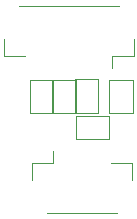
<source format=gbr>
G04 #@! TF.GenerationSoftware,KiCad,Pcbnew,(5.1.0-0)*
G04 #@! TF.CreationDate,2019-06-19T09:49:27-07:00*
G04 #@! TF.ProjectId,differential_i2c,64696666-6572-4656-9e74-69616c5f6932,rev?*
G04 #@! TF.SameCoordinates,Original*
G04 #@! TF.FileFunction,Legend,Top*
G04 #@! TF.FilePolarity,Positive*
%FSLAX46Y46*%
G04 Gerber Fmt 4.6, Leading zero omitted, Abs format (unit mm)*
G04 Created by KiCad (PCBNEW (5.1.0-0)) date 2019-06-19 09:49:27*
%MOMM*%
%LPD*%
G04 APERTURE LIST*
%ADD10C,0.120000*%
G04 APERTURE END LIST*
D10*
X112135000Y-63260000D02*
X118065000Y-63260000D01*
X119335000Y-58990000D02*
X117535000Y-58990000D01*
X119335000Y-60440000D02*
X119335000Y-58990000D01*
X112665000Y-58990000D02*
X112665000Y-58000000D01*
X110865000Y-58990000D02*
X112665000Y-58990000D01*
X110865000Y-60440000D02*
X110865000Y-58990000D01*
X119400000Y-52000000D02*
X119400000Y-54800000D01*
X119400000Y-54800000D02*
X117400000Y-54800000D01*
X117400000Y-54800000D02*
X117400000Y-52000000D01*
X117400000Y-52000000D02*
X119400000Y-52000000D01*
X116500000Y-51950000D02*
X116500000Y-54750000D01*
X116500000Y-54750000D02*
X114500000Y-54750000D01*
X114500000Y-54750000D02*
X114500000Y-51950000D01*
X114500000Y-51950000D02*
X116500000Y-51950000D01*
X117400000Y-57000000D02*
X114600000Y-57000000D01*
X114600000Y-57000000D02*
X114600000Y-55000000D01*
X114600000Y-55000000D02*
X117400000Y-55000000D01*
X117400000Y-55000000D02*
X117400000Y-57000000D01*
X112700000Y-52000000D02*
X112700000Y-54800000D01*
X112700000Y-54800000D02*
X110700000Y-54800000D01*
X110700000Y-54800000D02*
X110700000Y-52000000D01*
X110700000Y-52000000D02*
X112700000Y-52000000D01*
X114600000Y-52000000D02*
X114600000Y-54800000D01*
X114600000Y-54800000D02*
X112600000Y-54800000D01*
X112600000Y-54800000D02*
X112600000Y-52000000D01*
X112600000Y-52000000D02*
X114600000Y-52000000D01*
X118215000Y-45690000D02*
X109785000Y-45690000D01*
X108515000Y-49960000D02*
X110315000Y-49960000D01*
X108515000Y-48510000D02*
X108515000Y-49960000D01*
X117685000Y-49960000D02*
X117685000Y-50950000D01*
X119485000Y-49960000D02*
X117685000Y-49960000D01*
X119485000Y-48510000D02*
X119485000Y-49960000D01*
M02*

</source>
